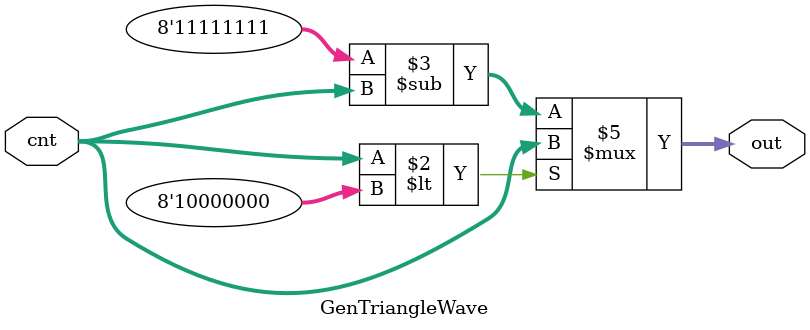
<source format=v>
module GenTriangleWave(
    input [7:0] cnt,
    output reg [7:0] out
);
    always @(cnt) begin
        if (cnt < 8'd128) out = cnt;
        else out = 8'd255 - cnt;
    end
endmodule

</source>
